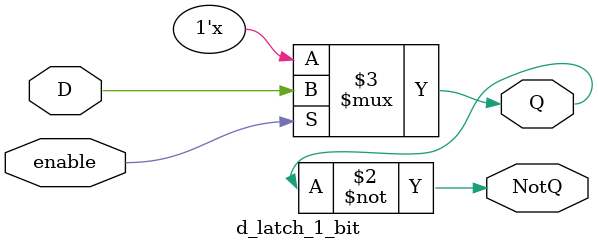
<source format=v>
module d_latch_1_bit(
    input D, //data
    input enable,
    output reg Q,
    output NotQ
);

    always @(D, enable) begin 
        if (enable) begin
            Q <= D;
        end 
    end

    assign NotQ = ~Q; 

endmodule
</source>
